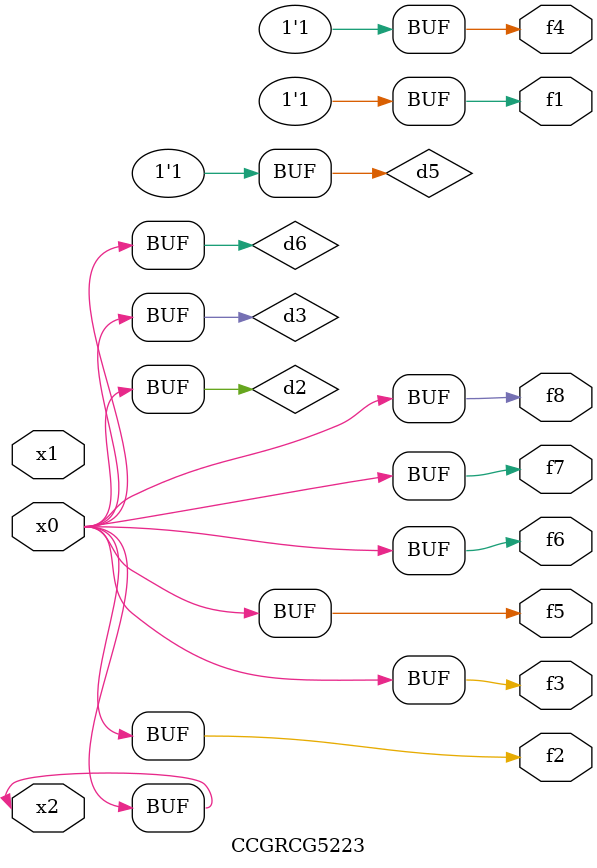
<source format=v>
module CCGRCG5223(
	input x0, x1, x2,
	output f1, f2, f3, f4, f5, f6, f7, f8
);

	wire d1, d2, d3, d4, d5, d6;

	xnor (d1, x2);
	buf (d2, x0, x2);
	and (d3, x0);
	xnor (d4, x1, x2);
	nand (d5, d1, d3);
	buf (d6, d2, d3);
	assign f1 = d5;
	assign f2 = d6;
	assign f3 = d6;
	assign f4 = d5;
	assign f5 = d6;
	assign f6 = d6;
	assign f7 = d6;
	assign f8 = d6;
endmodule

</source>
